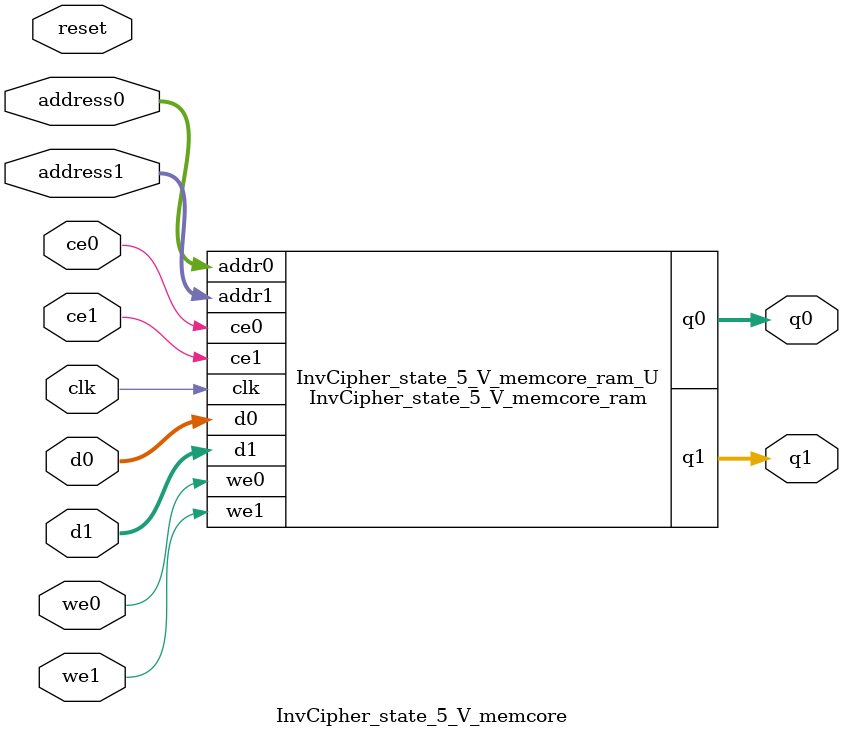
<source format=v>
`timescale 1 ns / 1 ps
module InvCipher_state_5_V_memcore_ram (addr0, ce0, d0, we0, q0, addr1, ce1, d1, we1, q1,  clk);

parameter DWIDTH = 8;
parameter AWIDTH = 4;
parameter MEM_SIZE = 16;

input[AWIDTH-1:0] addr0;
input ce0;
input[DWIDTH-1:0] d0;
input we0;
output reg[DWIDTH-1:0] q0;
input[AWIDTH-1:0] addr1;
input ce1;
input[DWIDTH-1:0] d1;
input we1;
output reg[DWIDTH-1:0] q1;
input clk;

(* ram_style = "block" *)reg [DWIDTH-1:0] ram[0:MEM_SIZE-1];




always @(posedge clk)  
begin 
    if (ce0) 
    begin
        if (we0) 
        begin 
            ram[addr0] <= d0; 
        end 
        q0 <= ram[addr0];
    end
end


always @(posedge clk)  
begin 
    if (ce1) 
    begin
        if (we1) 
        begin 
            ram[addr1] <= d1; 
        end 
        q1 <= ram[addr1];
    end
end


endmodule

`timescale 1 ns / 1 ps
module InvCipher_state_5_V_memcore(
    reset,
    clk,
    address0,
    ce0,
    we0,
    d0,
    q0,
    address1,
    ce1,
    we1,
    d1,
    q1);

parameter DataWidth = 32'd8;
parameter AddressRange = 32'd16;
parameter AddressWidth = 32'd4;
input reset;
input clk;
input[AddressWidth - 1:0] address0;
input ce0;
input we0;
input[DataWidth - 1:0] d0;
output[DataWidth - 1:0] q0;
input[AddressWidth - 1:0] address1;
input ce1;
input we1;
input[DataWidth - 1:0] d1;
output[DataWidth - 1:0] q1;



InvCipher_state_5_V_memcore_ram InvCipher_state_5_V_memcore_ram_U(
    .clk( clk ),
    .addr0( address0 ),
    .ce0( ce0 ),
    .we0( we0 ),
    .d0( d0 ),
    .q0( q0 ),
    .addr1( address1 ),
    .ce1( ce1 ),
    .we1( we1 ),
    .d1( d1 ),
    .q1( q1 ));

endmodule


</source>
